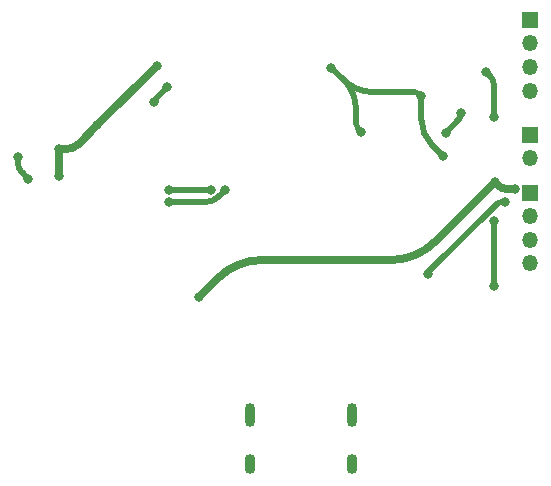
<source format=gbr>
%TF.GenerationSoftware,KiCad,Pcbnew,(6.0.7)*%
%TF.CreationDate,2022-09-29T21:15:40+02:00*%
%TF.ProjectId,ledpcb,6c656470-6362-42e6-9b69-6361645f7063,rev?*%
%TF.SameCoordinates,Original*%
%TF.FileFunction,Copper,L2,Bot*%
%TF.FilePolarity,Positive*%
%FSLAX46Y46*%
G04 Gerber Fmt 4.6, Leading zero omitted, Abs format (unit mm)*
G04 Created by KiCad (PCBNEW (6.0.7)) date 2022-09-29 21:15:40*
%MOMM*%
%LPD*%
G01*
G04 APERTURE LIST*
%TA.AperFunction,ComponentPad*%
%ADD10R,1.350000X1.350000*%
%TD*%
%TA.AperFunction,ComponentPad*%
%ADD11O,1.350000X1.350000*%
%TD*%
%TA.AperFunction,ComponentPad*%
%ADD12O,0.900000X2.000000*%
%TD*%
%TA.AperFunction,ComponentPad*%
%ADD13O,0.900000X1.700000*%
%TD*%
%TA.AperFunction,ViaPad*%
%ADD14C,0.800000*%
%TD*%
%TA.AperFunction,Conductor*%
%ADD15C,0.700000*%
%TD*%
%TA.AperFunction,Conductor*%
%ADD16C,0.500000*%
%TD*%
G04 APERTURE END LIST*
D10*
%TO.P,J1,1,Pin_1*%
%TO.N,IO0{slash}BOOT*%
X146800000Y-95750000D03*
D11*
%TO.P,J1,2,Pin_2*%
%TO.N,GND*%
X146800000Y-97750000D03*
%TD*%
D10*
%TO.P,J5,1,Pin_1*%
%TO.N,+5V*%
X146761200Y-100634800D03*
D11*
%TO.P,J5,2,Pin_2*%
%TO.N,Net-(J5-Pad2)*%
X146761200Y-102634800D03*
%TO.P,J5,3,Pin_3*%
%TO.N,Net-(J5-Pad3)*%
X146761200Y-104634800D03*
%TO.P,J5,4,Pin_4*%
%TO.N,Net-(J5-Pad4)*%
X146761200Y-106634800D03*
%TD*%
D12*
%TO.P,J2,S1,SHIELD*%
%TO.N,Net-(J2-PadS1)*%
X123056000Y-119480500D03*
D13*
X123056000Y-123650500D03*
X131696000Y-123650500D03*
D12*
X131696000Y-119480500D03*
%TD*%
D10*
%TO.P,J3,1,Pin_1*%
%TO.N,+3V3*%
X146750000Y-86000000D03*
D11*
%TO.P,J3,2,Pin_2*%
%TO.N,RX*%
X146750000Y-88000000D03*
%TO.P,J3,3,Pin_3*%
%TO.N,TX*%
X146750000Y-90000000D03*
%TO.P,J3,4,Pin_4*%
%TO.N,GND*%
X146750000Y-92000000D03*
%TD*%
D14*
%TO.N,GND*%
X106900000Y-99200000D03*
X106900000Y-96950000D03*
X110150000Y-94950000D03*
X115200000Y-89950000D03*
X129975000Y-90050000D03*
X132450000Y-95475000D03*
X137600000Y-92450000D03*
X139400000Y-97525000D03*
%TO.N,+5V*%
X143800500Y-99750000D03*
X118800000Y-109450000D03*
X145499500Y-100300000D03*
%TO.N,+3V3*%
X143725688Y-94225688D03*
X114911135Y-92962465D03*
X116087111Y-91735689D03*
X143099312Y-90449312D03*
%TO.N,IO0{slash}BOOT*%
X138150000Y-107550000D03*
X144650000Y-101400000D03*
%TO.N,SDA*%
X116250000Y-100450000D03*
X119767159Y-100436976D03*
%TO.N,SCL*%
X116194558Y-101447964D03*
X120940779Y-100409221D03*
X103425013Y-97650952D03*
X104300000Y-99474500D03*
%TO.N,RX*%
X140950000Y-93867100D03*
X139650000Y-95566100D03*
%TO.N,Net-(J5-Pad4)*%
X143764000Y-108508800D03*
X143764000Y-103022400D03*
%TD*%
D15*
%TO.N,GND*%
X115132322Y-89967677D02*
X110150000Y-94950000D01*
D16*
X131012500Y-91087500D02*
X129975000Y-90050000D01*
X138500000Y-96625000D02*
X139400000Y-97525000D01*
D15*
X110150000Y-94950000D02*
X108591941Y-96508058D01*
X106900000Y-96950000D02*
X106900000Y-99200000D01*
D16*
X132050000Y-94792157D02*
X132050000Y-93592246D01*
X137600000Y-94452207D02*
X137600000Y-92450000D01*
X137600000Y-92450000D02*
X137437500Y-92287500D01*
X133517246Y-92125000D02*
X137045190Y-92125000D01*
X132450000Y-95475000D02*
X132250000Y-95275000D01*
D15*
X106900000Y-96950000D02*
X107525000Y-96950000D01*
X115200000Y-89950000D02*
X115175000Y-89950000D01*
D16*
X132049951Y-93592246D02*
G75*
G03*
X131012500Y-91087500I-3542251J46D01*
G01*
X131012504Y-91087496D02*
G75*
G03*
X133517246Y-92125000I2504896J2505096D01*
G01*
X132249987Y-95275013D02*
G75*
G02*
X132050000Y-94792157I482813J482813D01*
G01*
X138500002Y-96624998D02*
G75*
G02*
X137600000Y-94452207I2172798J2172798D01*
G01*
D15*
X108591945Y-96508062D02*
G75*
G02*
X107525000Y-96950000I-1066945J1066962D01*
G01*
D16*
X137437503Y-92287497D02*
G75*
G03*
X137045190Y-92125000I-392303J-392303D01*
G01*
D15*
X115175000Y-89950013D02*
G75*
G03*
X115132322Y-89967677I0J-60387D01*
G01*
%TO.N,+5V*%
X118800000Y-109450000D02*
X120349750Y-107900250D01*
X138793792Y-104756707D02*
X143800500Y-99750000D01*
X143800500Y-99750000D02*
X144075500Y-100025000D01*
X144739408Y-100300000D02*
X145499500Y-100300000D01*
X134946036Y-106350500D02*
X124091177Y-106350500D01*
X120349757Y-107900257D02*
G75*
G02*
X124091177Y-106350500I3741443J-3741443D01*
G01*
X144739408Y-100299996D02*
G75*
G02*
X144075500Y-100025000I-8J938896D01*
G01*
X134946036Y-106350510D02*
G75*
G03*
X138793792Y-104756707I-36J5441610D01*
G01*
D16*
%TO.N,+3V3*%
X114911135Y-92937065D02*
X114911135Y-92962465D01*
X116087111Y-91735689D02*
X114929095Y-92893704D01*
X143412500Y-90762500D02*
X143099312Y-90449312D01*
X143725688Y-94225688D02*
X143725688Y-91518602D01*
X114929125Y-92893734D02*
G75*
G03*
X114911135Y-92937065I43275J-43366D01*
G01*
X143725686Y-91518602D02*
G75*
G03*
X143412499Y-90762501I-1069286J2D01*
G01*
%TO.N,IO0{slash}BOOT*%
X144650000Y-101400000D02*
X144417159Y-101400000D01*
X138150000Y-107492159D02*
X138150000Y-107550000D01*
X144019674Y-101564643D02*
X138190899Y-107393418D01*
X144417159Y-101399963D02*
G75*
G03*
X144019675Y-101564644I41J-562137D01*
G01*
X138190928Y-107393447D02*
G75*
G03*
X138150000Y-107492159I98672J-98753D01*
G01*
%TO.N,SDA*%
X119744925Y-100450000D02*
X116250000Y-100450000D01*
X119767159Y-100436976D02*
X119760647Y-100443488D01*
X119760627Y-100443468D02*
G75*
G02*
X119744925Y-100450000I-15727J15668D01*
G01*
%TO.N,SCL*%
X116194558Y-101447964D02*
X119263502Y-101447964D01*
X103760379Y-98934879D02*
X104300000Y-99474500D01*
X103425013Y-97650952D02*
X103425013Y-98125232D01*
X120920903Y-100485313D02*
X120449515Y-100956700D01*
X120940779Y-100409221D02*
X120940779Y-100437329D01*
X120940793Y-100437329D02*
G75*
G02*
X120920903Y-100485313I-67893J29D01*
G01*
X120449512Y-100956697D02*
G75*
G02*
X119263502Y-101447964I-1186012J1185997D01*
G01*
X103424982Y-98125232D02*
G75*
G03*
X103760379Y-98934879I1145018J32D01*
G01*
%TO.N,RX*%
X139650000Y-95566100D02*
X140808932Y-94407167D01*
X140950000Y-94066600D02*
X140950000Y-93867100D01*
X140808925Y-94407160D02*
G75*
G03*
X140950000Y-94066600I-340525J340560D01*
G01*
%TO.N,Net-(J5-Pad4)*%
X143764000Y-108508800D02*
X143764000Y-103022400D01*
%TD*%
M02*

</source>
